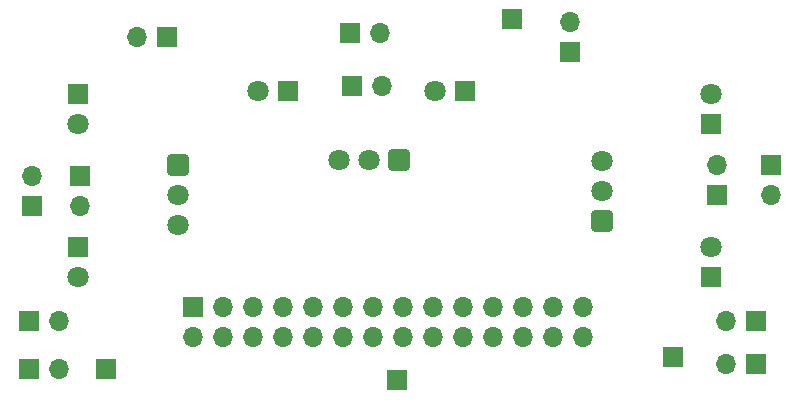
<source format=gbr>
%TF.GenerationSoftware,KiCad,Pcbnew,8.0.0*%
%TF.CreationDate,2024-03-23T03:09:38+02:00*%
%TF.ProjectId,sensor,73656e73-6f72-42e6-9b69-6361645f7063,rev?*%
%TF.SameCoordinates,Original*%
%TF.FileFunction,Soldermask,Bot*%
%TF.FilePolarity,Negative*%
%FSLAX46Y46*%
G04 Gerber Fmt 4.6, Leading zero omitted, Abs format (unit mm)*
G04 Created by KiCad (PCBNEW 8.0.0) date 2024-03-23 03:09:38*
%MOMM*%
%LPD*%
G01*
G04 APERTURE LIST*
G04 Aperture macros list*
%AMRoundRect*
0 Rectangle with rounded corners*
0 $1 Rounding radius*
0 $2 $3 $4 $5 $6 $7 $8 $9 X,Y pos of 4 corners*
0 Add a 4 corners polygon primitive as box body*
4,1,4,$2,$3,$4,$5,$6,$7,$8,$9,$2,$3,0*
0 Add four circle primitives for the rounded corners*
1,1,$1+$1,$2,$3*
1,1,$1+$1,$4,$5*
1,1,$1+$1,$6,$7*
1,1,$1+$1,$8,$9*
0 Add four rect primitives between the rounded corners*
20,1,$1+$1,$2,$3,$4,$5,0*
20,1,$1+$1,$4,$5,$6,$7,0*
20,1,$1+$1,$6,$7,$8,$9,0*
20,1,$1+$1,$8,$9,$2,$3,0*%
G04 Aperture macros list end*
%ADD10R,1.700000X1.700000*%
%ADD11O,1.700000X1.700000*%
%ADD12R,1.800000X1.800000*%
%ADD13C,1.800000*%
%ADD14RoundRect,0.250200X-0.649800X0.649800X-0.649800X-0.649800X0.649800X-0.649800X0.649800X0.649800X0*%
%ADD15RoundRect,0.250200X0.649800X-0.649800X0.649800X0.649800X-0.649800X0.649800X-0.649800X-0.649800X0*%
%ADD16RoundRect,0.250200X0.649800X0.649800X-0.649800X0.649800X-0.649800X-0.649800X0.649800X-0.649800X0*%
G04 APERTURE END LIST*
D10*
%TO.C,J16*%
X148035000Y-126650000D03*
D11*
X145495000Y-126650000D03*
%TD*%
D12*
%TO.C,D5*%
X108375000Y-103460000D03*
D13*
X105835000Y-103460000D03*
%TD*%
D14*
%TO.C,U2*%
X99025000Y-109770000D03*
D13*
X99025000Y-112310000D03*
X99025000Y-114850000D03*
%TD*%
D10*
%TO.C,J14*%
X141000000Y-126000000D03*
%TD*%
%TO.C,J17*%
X132270000Y-100180000D03*
D11*
X132270000Y-97640000D03*
%TD*%
D15*
%TO.C,U3*%
X135000000Y-114540000D03*
D13*
X135000000Y-112000000D03*
X135000000Y-109460000D03*
%TD*%
D12*
%TO.C,D1*%
X90595000Y-116740000D03*
D13*
X90595000Y-119280000D03*
%TD*%
D10*
%TO.C,J11*%
X98145000Y-98910000D03*
D11*
X95605000Y-98910000D03*
%TD*%
D10*
%TO.C,J6*%
X93000000Y-127000000D03*
%TD*%
D12*
%TO.C,D3*%
X144175000Y-106250000D03*
D13*
X144175000Y-103710000D03*
%TD*%
D12*
%TO.C,D2*%
X90595000Y-103750000D03*
D13*
X90595000Y-106290000D03*
%TD*%
D10*
%TO.C,J10*%
X113600000Y-98595000D03*
D11*
X116140000Y-98595000D03*
%TD*%
D10*
%TO.C,J13*%
X113765000Y-103085000D03*
D11*
X116305000Y-103085000D03*
%TD*%
D10*
%TO.C,J3*%
X100310000Y-121820000D03*
D11*
X100310000Y-124360000D03*
X102850000Y-121820000D03*
X102850000Y-124360000D03*
X105390000Y-121820000D03*
X105390000Y-124360000D03*
X107930000Y-121820000D03*
X107930000Y-124360000D03*
X110470000Y-121820000D03*
X110470000Y-124360000D03*
X113010000Y-121820000D03*
X113010000Y-124360000D03*
X115550000Y-121820000D03*
X115550000Y-124360000D03*
X118090000Y-121820000D03*
X118090000Y-124360000D03*
X120630000Y-121820000D03*
X120630000Y-124360000D03*
X123170000Y-121820000D03*
X123170000Y-124360000D03*
X125710000Y-121820000D03*
X125710000Y-124360000D03*
X128250000Y-121820000D03*
X128250000Y-124360000D03*
X130790000Y-121820000D03*
X130790000Y-124360000D03*
X133330000Y-121820000D03*
X133330000Y-124360000D03*
%TD*%
D10*
%TO.C,J12*%
X144735000Y-112275000D03*
D11*
X144735000Y-109735000D03*
%TD*%
D10*
%TO.C,J5*%
X90735000Y-110725000D03*
D11*
X90735000Y-113265000D03*
%TD*%
D12*
%TO.C,D6*%
X123375000Y-103460000D03*
D13*
X120835000Y-103460000D03*
%TD*%
D10*
%TO.C,J2*%
X86460000Y-123000000D03*
D11*
X89000000Y-123000000D03*
%TD*%
D16*
%TO.C,U4*%
X117750000Y-109380000D03*
D13*
X115210000Y-109380000D03*
X112670000Y-109380000D03*
%TD*%
D10*
%TO.C,J15*%
X127365000Y-97395000D03*
%TD*%
%TO.C,J8*%
X149275000Y-109725000D03*
D11*
X149275000Y-112265000D03*
%TD*%
D10*
%TO.C,J7*%
X86460000Y-127000000D03*
D11*
X89000000Y-127000000D03*
%TD*%
D10*
%TO.C,J1*%
X86735000Y-113275000D03*
D11*
X86735000Y-110735000D03*
%TD*%
D12*
%TO.C,D4*%
X144175000Y-119250000D03*
D13*
X144175000Y-116710000D03*
%TD*%
D10*
%TO.C,J9*%
X148010000Y-123000000D03*
D11*
X145470000Y-123000000D03*
%TD*%
D10*
%TO.C,J4*%
X117590000Y-128000000D03*
%TD*%
M02*

</source>
